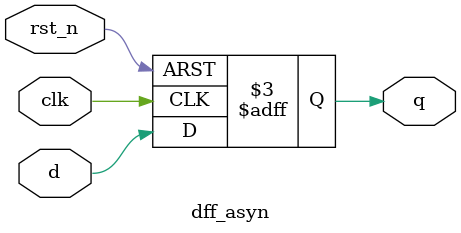
<source format=v>
module dff_asyn(q, d, clk, rst_n);
  
  
output                q             ;
input                 d             ;
input                 clk           ;
input                 rst_n         ;


reg                   q             ;
always @ (posedge clk or negedge rst_n) begin
      if(rst_n == 1'b0) begin
            q <= 1'b0               ;
      end else begin
            q <= d                   ;
      end
end
endmodule

</source>
